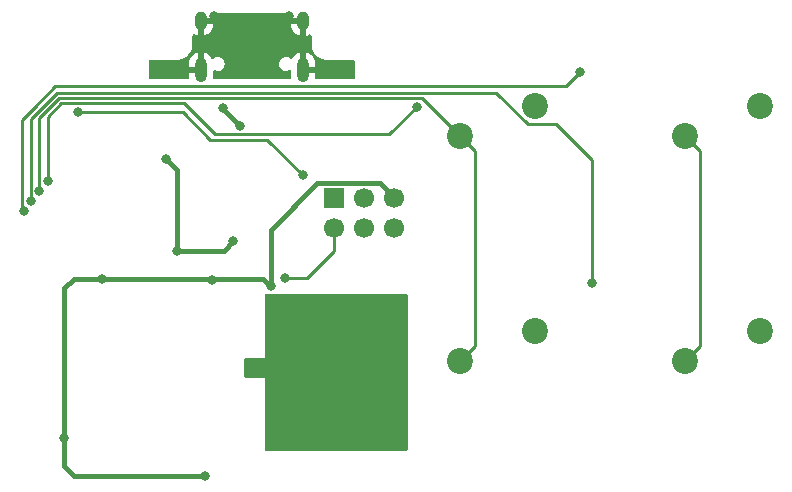
<source format=gbr>
%TF.GenerationSoftware,KiCad,Pcbnew,(6.0.6)*%
%TF.CreationDate,2022-06-29T23:10:10-06:00*%
%TF.ProjectId,macro1,6d616372-6f31-42e6-9b69-6361645f7063,rev?*%
%TF.SameCoordinates,Original*%
%TF.FileFunction,Copper,L1,Top*%
%TF.FilePolarity,Positive*%
%FSLAX46Y46*%
G04 Gerber Fmt 4.6, Leading zero omitted, Abs format (unit mm)*
G04 Created by KiCad (PCBNEW (6.0.6)) date 2022-06-29 23:10:10*
%MOMM*%
%LPD*%
G01*
G04 APERTURE LIST*
%TA.AperFunction,ComponentPad*%
%ADD10R,1.700000X1.700000*%
%TD*%
%TA.AperFunction,ComponentPad*%
%ADD11C,1.700000*%
%TD*%
%TA.AperFunction,ComponentPad*%
%ADD12O,1.000000X1.600000*%
%TD*%
%TA.AperFunction,ComponentPad*%
%ADD13O,1.000000X2.100000*%
%TD*%
%TA.AperFunction,ComponentPad*%
%ADD14C,2.200000*%
%TD*%
%TA.AperFunction,ViaPad*%
%ADD15C,0.800000*%
%TD*%
%TA.AperFunction,Conductor*%
%ADD16C,0.254000*%
%TD*%
%TA.AperFunction,Conductor*%
%ADD17C,0.381000*%
%TD*%
G04 APERTURE END LIST*
D10*
%TO.P,J1,6,GND*%
%TO.N,GND*%
X153828750Y-91598750D03*
D11*
%TO.P,J1,5,~{RST}*%
%TO.N,RESET*%
X153828750Y-94138750D03*
%TO.P,J1,4,MOSI*%
%TO.N,MOSI*%
X156368750Y-91598750D03*
%TO.P,J1,3,SCK*%
%TO.N,SCK*%
X156368750Y-94138750D03*
%TO.P,J1,2,VCC*%
%TO.N,+5V*%
X158908750Y-91598750D03*
%TO.P,J1,1,MISO*%
%TO.N,MISO*%
X158908750Y-94138750D03*
%TD*%
D12*
%TO.P,USB1,13,SHIELD*%
%TO.N,Earth*%
X151163750Y-76596250D03*
X142523750Y-76596250D03*
D13*
X151163750Y-80776250D03*
X142523750Y-80776250D03*
%TD*%
D14*
%TO.P,SW2,1,1*%
%TO.N,Net-(SW2-Pad1)*%
X189865000Y-83820000D03*
%TO.P,SW2,2,2*%
%TO.N,COL1*%
X183515000Y-86360000D03*
%TD*%
%TO.P,SW3,1,1*%
%TO.N,Net-(SW3-Pad1)*%
X170815000Y-102870000D03*
%TO.P,SW3,2,2*%
%TO.N,COL0*%
X164465000Y-105410000D03*
%TD*%
%TO.P,SW4,1,1*%
%TO.N,Net-(SW4-Pad1)*%
X189865000Y-102870000D03*
%TO.P,SW4,2,2*%
%TO.N,COL1*%
X183515000Y-105410000D03*
%TD*%
%TO.P,SW1,1,1*%
%TO.N,Net-(SW1-Pad1)*%
X170815000Y-83820000D03*
%TO.P,SW1,2,2*%
%TO.N,COL0*%
X164465000Y-86360000D03*
%TD*%
D15*
%TO.N,Earth*%
X152908000Y-80518000D03*
X146843750Y-77787500D03*
X150018750Y-76200000D03*
X143668750Y-76200000D03*
%TO.N,RESET*%
X132096500Y-84311500D03*
X151130000Y-89662000D03*
X149606000Y-98393026D03*
%TO.N,+5V*%
X143466478Y-98508478D03*
%TO.N,GND*%
X145258747Y-95252497D03*
%TO.N,COL1*%
X129560500Y-90170000D03*
%TO.N,COL0*%
X128834000Y-91000996D03*
%TO.N,ROW1*%
X128107500Y-91846412D03*
%TO.N,ROW0*%
X127508000Y-92710000D03*
%TO.N,COL1*%
X160820345Y-83857500D03*
%TO.N,ROW1*%
X175641000Y-98806000D03*
%TO.N,ROW0*%
X174625000Y-80962500D03*
%TO.N,GND*%
X139573000Y-88265000D03*
%TO.N,+5V*%
X134143750Y-98425000D03*
%TO.N,GND*%
X140493750Y-96043750D03*
%TO.N,+5V*%
X142875000Y-115093750D03*
X130968750Y-111918750D03*
X148431250Y-99060000D03*
%TO.N,VCC*%
X145796000Y-85471000D03*
X144408750Y-83947000D03*
%TO.N,GND*%
X157861000Y-101600000D03*
X157861000Y-111125000D03*
%TD*%
D16*
%TO.N,RESET*%
X151130000Y-89662000D02*
X148120000Y-86652000D01*
X135763000Y-84311500D02*
X132096500Y-84311500D01*
X140986500Y-84311500D02*
X135763000Y-84311500D01*
X143327000Y-86652000D02*
X140986500Y-84311500D01*
X148120000Y-86652000D02*
X143327000Y-86652000D01*
X153828750Y-96107250D02*
X151542974Y-98393026D01*
X151542974Y-98393026D02*
X149606000Y-98393026D01*
X153828750Y-94138750D02*
X153828750Y-96107250D01*
D17*
%TO.N,+5V*%
X148431250Y-94279544D02*
X148431250Y-99060000D01*
X157668250Y-90358250D02*
X152352544Y-90358250D01*
X158908750Y-91598750D02*
X157668250Y-90358250D01*
X152352544Y-90358250D02*
X148431250Y-94279544D01*
X147796250Y-98425000D02*
X148431250Y-99060000D01*
X134143750Y-98425000D02*
X147796250Y-98425000D01*
%TO.N,GND*%
X144467494Y-96043750D02*
X145258747Y-95252497D01*
X140493750Y-96043750D02*
X144467494Y-96043750D01*
D16*
%TO.N,COL1*%
X143672000Y-86198000D02*
X158479845Y-86198000D01*
X158479845Y-86198000D02*
X160820345Y-83857500D01*
X130685156Y-83585000D02*
X141059000Y-83585000D01*
X129560500Y-90170000D02*
X129560500Y-84709656D01*
X129560500Y-84709656D02*
X130685156Y-83585000D01*
X141059000Y-83585000D02*
X143672000Y-86198000D01*
%TO.N,COL0*%
X161236000Y-83131000D02*
X164465000Y-86360000D01*
X128834000Y-84794104D02*
X130497104Y-83131000D01*
X128834000Y-91000996D02*
X128834000Y-84794104D01*
X130497104Y-83131000D02*
X161236000Y-83131000D01*
%TO.N,ROW1*%
X172593000Y-85344000D02*
X175641000Y-88392000D01*
X170180000Y-85344000D02*
X172593000Y-85344000D01*
X167513000Y-82677000D02*
X170180000Y-85344000D01*
X130309052Y-82677000D02*
X167513000Y-82677000D01*
X128107500Y-91846412D02*
X128107500Y-84878552D01*
X128107500Y-84878552D02*
X130309052Y-82677000D01*
X175641000Y-88392000D02*
X175641000Y-98806000D01*
%TO.N,ROW0*%
X127381000Y-92710000D02*
X127508000Y-92710000D01*
X127381000Y-84963000D02*
X127381000Y-92710000D01*
X128397000Y-83947000D02*
X127381000Y-84963000D01*
X130190750Y-82153250D02*
X128397000Y-83947000D01*
X173434250Y-82153250D02*
X130190750Y-82153250D01*
X174625000Y-80962500D02*
X173434250Y-82153250D01*
D17*
%TO.N,GND*%
X140493750Y-89185750D02*
X139573000Y-88265000D01*
X140493750Y-96043750D02*
X140493750Y-89185750D01*
%TO.N,+5V*%
X131762500Y-98425000D02*
X134143750Y-98425000D01*
X130968750Y-114300000D02*
X131762500Y-115093750D01*
X131762500Y-115093750D02*
X142875000Y-115093750D01*
X130968750Y-111918750D02*
X130968750Y-114300000D01*
X130968750Y-99218750D02*
X131762500Y-98425000D01*
X130968750Y-111918750D02*
X130968750Y-99218750D01*
%TO.N,VCC*%
X144408750Y-84083750D02*
X145796000Y-85471000D01*
X144408750Y-83947000D02*
X144408750Y-84083750D01*
D16*
%TO.N,COL0*%
X165735000Y-87630000D02*
X165735000Y-104140000D01*
X165735000Y-104140000D02*
X164465000Y-105410000D01*
X164465000Y-86360000D02*
X165735000Y-87630000D01*
%TO.N,COL1*%
X184785000Y-104140000D02*
X183515000Y-105410000D01*
X183515000Y-86360000D02*
X184785000Y-87630000D01*
X184785000Y-87630000D02*
X184785000Y-104140000D01*
%TD*%
%TA.AperFunction,Conductor*%
%TO.N,GND*%
G36*
X159962121Y-99715002D02*
G01*
X160008614Y-99768658D01*
X160020000Y-99821000D01*
X160020000Y-112904000D01*
X159999998Y-112972121D01*
X159946342Y-113018614D01*
X159894000Y-113030000D01*
X148081000Y-113030000D01*
X148012879Y-113009998D01*
X147966386Y-112956342D01*
X147955000Y-112904000D01*
X147955000Y-106807000D01*
X146303000Y-106807000D01*
X146234879Y-106786998D01*
X146188386Y-106733342D01*
X146177000Y-106681000D01*
X146177000Y-105282000D01*
X146197002Y-105213879D01*
X146250658Y-105167386D01*
X146303000Y-105156000D01*
X147955000Y-105156000D01*
X147955000Y-99821000D01*
X147975002Y-99752879D01*
X148028658Y-99706386D01*
X148081000Y-99695000D01*
X159894000Y-99695000D01*
X159962121Y-99715002D01*
G37*
%TD.AperFunction*%
%TD*%
%TA.AperFunction,Conductor*%
%TO.N,Earth*%
G36*
X150123187Y-75934752D02*
G01*
X150169680Y-75988408D01*
X150179784Y-76058682D01*
X150175167Y-76078850D01*
X150174870Y-76079786D01*
X150172321Y-76091780D01*
X150156143Y-76236011D01*
X150155750Y-76243035D01*
X150155750Y-76324135D01*
X150160225Y-76339374D01*
X150161615Y-76340579D01*
X150169298Y-76342250D01*
X151291750Y-76342250D01*
X151359871Y-76362252D01*
X151406364Y-76415908D01*
X151417750Y-76468250D01*
X151417750Y-77854174D01*
X151421723Y-77867705D01*
X151429518Y-77868825D01*
X151537271Y-77837112D01*
X151548639Y-77832519D01*
X151707125Y-77749665D01*
X151776761Y-77735831D01*
X151842821Y-77761841D01*
X151884333Y-77819437D01*
X151891500Y-77861327D01*
X151891500Y-78528021D01*
X151889755Y-78548918D01*
X151886423Y-78568730D01*
X151886271Y-78581282D01*
X151886959Y-78586087D01*
X151886960Y-78586097D01*
X151888371Y-78595942D01*
X151889255Y-78603907D01*
X151903566Y-78785620D01*
X151904724Y-78790441D01*
X151941987Y-78945622D01*
X151951424Y-78984924D01*
X152029869Y-79174289D01*
X152032454Y-79178508D01*
X152032456Y-79178511D01*
X152079205Y-79254795D01*
X152136969Y-79349053D01*
X152270087Y-79504913D01*
X152425947Y-79638031D01*
X152430170Y-79640619D01*
X152596489Y-79742544D01*
X152596492Y-79742546D01*
X152600711Y-79745131D01*
X152605283Y-79747025D01*
X152605285Y-79747026D01*
X152677844Y-79777084D01*
X152790076Y-79823576D01*
X152794893Y-79824733D01*
X152794897Y-79824734D01*
X152868256Y-79842349D01*
X152989380Y-79871434D01*
X153068756Y-79877685D01*
X153152885Y-79884311D01*
X153163905Y-79885670D01*
X153176364Y-79887767D01*
X153176367Y-79887767D01*
X153181166Y-79888575D01*
X153186024Y-79888635D01*
X153186028Y-79888635D01*
X153187351Y-79888651D01*
X153193718Y-79888729D01*
X153221368Y-79884771D01*
X153239222Y-79883500D01*
X155449000Y-79883500D01*
X155517121Y-79903502D01*
X155563614Y-79957158D01*
X155575000Y-80009500D01*
X155575000Y-81391750D01*
X155554998Y-81459871D01*
X155501342Y-81506364D01*
X155449000Y-81517750D01*
X152297260Y-81517750D01*
X152229139Y-81497748D01*
X152182646Y-81444092D01*
X152171457Y-81384714D01*
X152171750Y-81379475D01*
X152171750Y-81048365D01*
X152167275Y-81033126D01*
X152165885Y-81031921D01*
X152158202Y-81030250D01*
X151035750Y-81030250D01*
X150967629Y-81010248D01*
X150921136Y-80956592D01*
X150909750Y-80904250D01*
X150909750Y-80504135D01*
X151417750Y-80504135D01*
X151422225Y-80519374D01*
X151423615Y-80520579D01*
X151431298Y-80522250D01*
X152153635Y-80522250D01*
X152168874Y-80517775D01*
X152170079Y-80516385D01*
X152171750Y-80508702D01*
X152171750Y-80179593D01*
X152171449Y-80173445D01*
X152157938Y-80035647D01*
X152155555Y-80023612D01*
X152101983Y-79846174D01*
X152097309Y-79834834D01*
X152010290Y-79671173D01*
X152003501Y-79660956D01*
X151886353Y-79517317D01*
X151877709Y-79508613D01*
X151734894Y-79390466D01*
X151724723Y-79383606D01*
X151561674Y-79295446D01*
X151550369Y-79290694D01*
X151435058Y-79255000D01*
X151420955Y-79254794D01*
X151417750Y-79261549D01*
X151417750Y-80504135D01*
X150909750Y-80504135D01*
X150909750Y-79268326D01*
X150905777Y-79254795D01*
X150897982Y-79253675D01*
X150790229Y-79285388D01*
X150778861Y-79289981D01*
X150614596Y-79375857D01*
X150604335Y-79382571D01*
X150459877Y-79498718D01*
X150451118Y-79507296D01*
X150331972Y-79649289D01*
X150325048Y-79659402D01*
X150273885Y-79752466D01*
X150223539Y-79802525D01*
X150154122Y-79817418D01*
X150086768Y-79791729D01*
X150023983Y-79743552D01*
X149883986Y-79685563D01*
X149771470Y-79670750D01*
X149696030Y-79670750D01*
X149583514Y-79685563D01*
X149443517Y-79743552D01*
X149323299Y-79835799D01*
X149231052Y-79956017D01*
X149173063Y-80096014D01*
X149153284Y-80246250D01*
X149173063Y-80396486D01*
X149231052Y-80536483D01*
X149323299Y-80656701D01*
X149443517Y-80748948D01*
X149583514Y-80806937D01*
X149696030Y-80821750D01*
X149771470Y-80821750D01*
X149883986Y-80806937D01*
X149923132Y-80790722D01*
X149981532Y-80766532D01*
X150052122Y-80758943D01*
X150115609Y-80790722D01*
X150151836Y-80851780D01*
X150155750Y-80882941D01*
X150155750Y-81372908D01*
X150156051Y-81379064D01*
X150156088Y-81379442D01*
X150156073Y-81379520D01*
X150156201Y-81382135D01*
X150155570Y-81382166D01*
X150142836Y-81449191D01*
X150093979Y-81500703D01*
X150030691Y-81517750D01*
X143657260Y-81517750D01*
X143589139Y-81497748D01*
X143542646Y-81444092D01*
X143531457Y-81384714D01*
X143531750Y-81379475D01*
X143531750Y-80882941D01*
X143551752Y-80814820D01*
X143605408Y-80768327D01*
X143675682Y-80758223D01*
X143705968Y-80766532D01*
X143764368Y-80790722D01*
X143803514Y-80806937D01*
X143916030Y-80821750D01*
X143991470Y-80821750D01*
X144103986Y-80806937D01*
X144243983Y-80748948D01*
X144364201Y-80656701D01*
X144456448Y-80536483D01*
X144514437Y-80396486D01*
X144534216Y-80246250D01*
X144514437Y-80096014D01*
X144456448Y-79956017D01*
X144364201Y-79835799D01*
X144243983Y-79743552D01*
X144103986Y-79685563D01*
X143991470Y-79670750D01*
X143916030Y-79670750D01*
X143803514Y-79685563D01*
X143663517Y-79743552D01*
X143600733Y-79791728D01*
X143600672Y-79791775D01*
X143534452Y-79817376D01*
X143464903Y-79803111D01*
X143412716Y-79750966D01*
X143370290Y-79671173D01*
X143363501Y-79660956D01*
X143246353Y-79517317D01*
X143237709Y-79508613D01*
X143094894Y-79390466D01*
X143084723Y-79383606D01*
X142921674Y-79295446D01*
X142910369Y-79290694D01*
X142795058Y-79255000D01*
X142780955Y-79254794D01*
X142777750Y-79261549D01*
X142777750Y-80904250D01*
X142757748Y-80972371D01*
X142704092Y-81018864D01*
X142651750Y-81030250D01*
X141533865Y-81030250D01*
X141518626Y-81034725D01*
X141517421Y-81036115D01*
X141515750Y-81043798D01*
X141515750Y-81372908D01*
X141516051Y-81379064D01*
X141516088Y-81379442D01*
X141516073Y-81379520D01*
X141516201Y-81382135D01*
X141515570Y-81382166D01*
X141502836Y-81449191D01*
X141453979Y-81500703D01*
X141390691Y-81517750D01*
X138238500Y-81517750D01*
X138170379Y-81497748D01*
X138123886Y-81444092D01*
X138112500Y-81391750D01*
X138112500Y-80504135D01*
X141515750Y-80504135D01*
X141520225Y-80519374D01*
X141521615Y-80520579D01*
X141529298Y-80522250D01*
X142251635Y-80522250D01*
X142266874Y-80517775D01*
X142268079Y-80516385D01*
X142269750Y-80508702D01*
X142269750Y-79268326D01*
X142265777Y-79254795D01*
X142257982Y-79253675D01*
X142150229Y-79285388D01*
X142138861Y-79289981D01*
X141974596Y-79375857D01*
X141964335Y-79382571D01*
X141819877Y-79498718D01*
X141811118Y-79507296D01*
X141691972Y-79649289D01*
X141685042Y-79659409D01*
X141595748Y-79821835D01*
X141590916Y-79833108D01*
X141534870Y-80009788D01*
X141532320Y-80021782D01*
X141516143Y-80166011D01*
X141515750Y-80173035D01*
X141515750Y-80504135D01*
X138112500Y-80504135D01*
X138112500Y-80009500D01*
X138132502Y-79941379D01*
X138186158Y-79894886D01*
X138238500Y-79883500D01*
X140440521Y-79883500D01*
X140461418Y-79885245D01*
X140476429Y-79887770D01*
X140476434Y-79887770D01*
X140481230Y-79888577D01*
X140486095Y-79888636D01*
X140486096Y-79888636D01*
X140487046Y-79888647D01*
X140493782Y-79888729D01*
X140498587Y-79888041D01*
X140498597Y-79888040D01*
X140508442Y-79886629D01*
X140516407Y-79885745D01*
X140698120Y-79871434D01*
X140819244Y-79842349D01*
X140892603Y-79824734D01*
X140892607Y-79824733D01*
X140897424Y-79823576D01*
X141009656Y-79777084D01*
X141082215Y-79747026D01*
X141082217Y-79747025D01*
X141086789Y-79745131D01*
X141091008Y-79742546D01*
X141091011Y-79742544D01*
X141257330Y-79640619D01*
X141261553Y-79638031D01*
X141417413Y-79504913D01*
X141550531Y-79349053D01*
X141608295Y-79254795D01*
X141655044Y-79178511D01*
X141655046Y-79178508D01*
X141657631Y-79174289D01*
X141736076Y-78984924D01*
X141745514Y-78945622D01*
X141782776Y-78790441D01*
X141783934Y-78785620D01*
X141796811Y-78622115D01*
X141798170Y-78611095D01*
X141800267Y-78598636D01*
X141800267Y-78598633D01*
X141801075Y-78593834D01*
X141801229Y-78581282D01*
X141797271Y-78553632D01*
X141796000Y-78535778D01*
X141796000Y-77860086D01*
X141816002Y-77791965D01*
X141869658Y-77745472D01*
X141939932Y-77735368D01*
X141981928Y-77749250D01*
X142125821Y-77827052D01*
X142137131Y-77831806D01*
X142252442Y-77867500D01*
X142266545Y-77867706D01*
X142269750Y-77860951D01*
X142269750Y-77854174D01*
X142777750Y-77854174D01*
X142781723Y-77867705D01*
X142789518Y-77868825D01*
X142897271Y-77837112D01*
X142908639Y-77832519D01*
X143072904Y-77746643D01*
X143083165Y-77739929D01*
X143227623Y-77623782D01*
X143236382Y-77615204D01*
X143355528Y-77473211D01*
X143362458Y-77463091D01*
X143451752Y-77300665D01*
X143456584Y-77289392D01*
X143512630Y-77112712D01*
X143515180Y-77100718D01*
X143531357Y-76956489D01*
X143531750Y-76949465D01*
X143531750Y-76942907D01*
X150155750Y-76942907D01*
X150156051Y-76949055D01*
X150169562Y-77086853D01*
X150171945Y-77098888D01*
X150225517Y-77276326D01*
X150230191Y-77287666D01*
X150317210Y-77451327D01*
X150323999Y-77461544D01*
X150441147Y-77605183D01*
X150449791Y-77613887D01*
X150592606Y-77732034D01*
X150602777Y-77738894D01*
X150765826Y-77827054D01*
X150777131Y-77831806D01*
X150892442Y-77867500D01*
X150906545Y-77867706D01*
X150909750Y-77860951D01*
X150909750Y-76868365D01*
X150905275Y-76853126D01*
X150903885Y-76851921D01*
X150896202Y-76850250D01*
X150173865Y-76850250D01*
X150158626Y-76854725D01*
X150157421Y-76856115D01*
X150155750Y-76863798D01*
X150155750Y-76942907D01*
X143531750Y-76942907D01*
X143531750Y-76868365D01*
X143527275Y-76853126D01*
X143525885Y-76851921D01*
X143518202Y-76850250D01*
X142795865Y-76850250D01*
X142780626Y-76854725D01*
X142779421Y-76856115D01*
X142777750Y-76863798D01*
X142777750Y-77854174D01*
X142269750Y-77854174D01*
X142269750Y-76468250D01*
X142289752Y-76400129D01*
X142343408Y-76353636D01*
X142395750Y-76342250D01*
X143513635Y-76342250D01*
X143528874Y-76337775D01*
X143530079Y-76336385D01*
X143531750Y-76328702D01*
X143531750Y-76249593D01*
X143531449Y-76243445D01*
X143517938Y-76105647D01*
X143515556Y-76093619D01*
X143510590Y-76077170D01*
X143510049Y-76006175D01*
X143547975Y-75946158D01*
X143612329Y-75916173D01*
X143631212Y-75914750D01*
X150055066Y-75914750D01*
X150123187Y-75934752D01*
G37*
%TD.AperFunction*%
%TD*%
M02*

</source>
